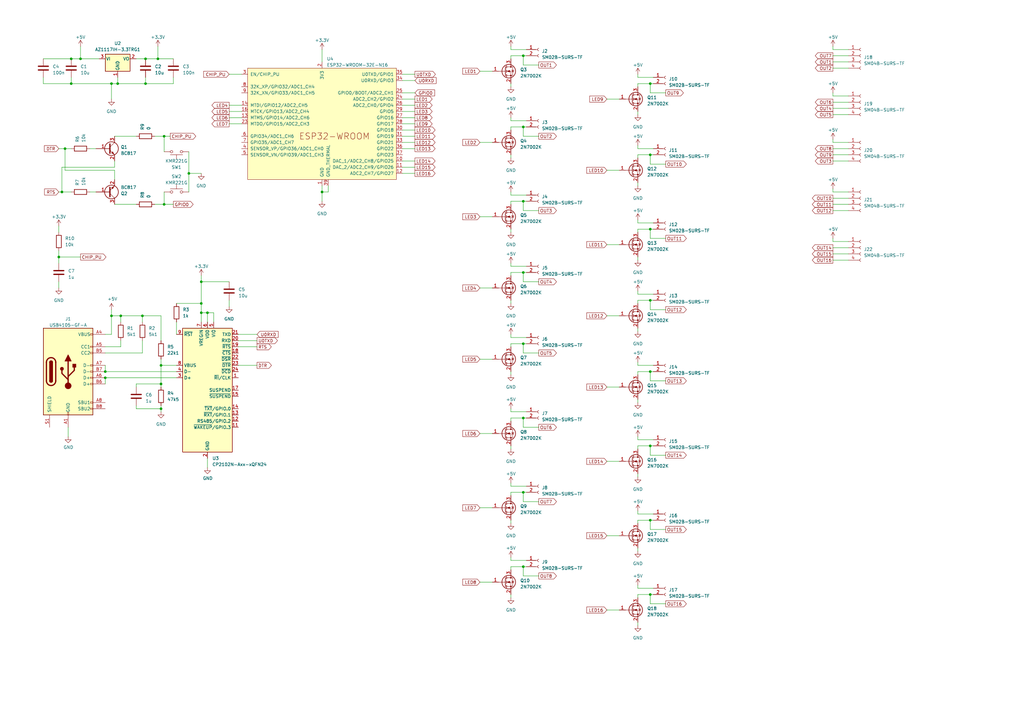
<source format=kicad_sch>
(kicad_sch (version 20230121) (generator eeschema)
  (paper "A3")
  (junction (at 214.63 140.97))
  (junction (at 66.04 149.86))
  (junction (at 29.21 34.29))
  (junction (at 82.55 128.27))
  (junction (at 58.42 129.54))
  (junction (at 266.7 93.98))
  (junction (at 49.53 129.54))
  (junction (at 29.21 24.13))
  (junction (at 67.31 55.88))
  (junction (at 266.7 123.19))
  (junction (at 266.7 182.88))
  (junction (at 64.77 24.13))
  (junction (at 48.26 34.29))
  (junction (at 45.72 129.54))
  (junction (at 266.7 63.5))
  (junction (at 214.63 201.93))
  (junction (at 214.63 52.07))
  (junction (at 82.55 124.46))
  (junction (at 59.69 24.13))
  (junction (at 214.63 22.86))
  (junction (at 25.4 78.74))
  (junction (at 132.08 78.74))
  (junction (at 24.13 105.41))
  (junction (at 59.69 34.29))
  (junction (at 33.02 24.13))
  (junction (at 67.31 83.82))
  (junction (at 266.7 243.84))
  (junction (at 82.55 115.57))
  (junction (at 266.7 213.36))
  (junction (at 214.63 232.41))
  (junction (at 214.63 111.76))
  (junction (at 66.04 157.48))
  (junction (at 45.72 34.29))
  (junction (at 43.18 152.4))
  (junction (at 266.7 34.29))
  (junction (at 43.18 154.94))
  (junction (at 26.67 60.96))
  (junction (at 66.04 167.64))
  (junction (at 214.63 171.45))
  (junction (at 214.63 82.55))
  (junction (at 266.7 152.4))
  (junction (at 85.09 128.27))
  (junction (at 77.47 71.12))
  (wire (pts (xy 46.99 73.66) (xy 46.99 69.85)))
  (wire (pts (xy 261.62 149.86) (xy 261.62 148.59)))
  (wire (pts (xy 341.63 104.14) (xy 347.98 104.14)))
  (wire (pts (xy 214.63 26.67) (xy 214.63 22.86)))
  (wire (pts (xy 214.63 236.22) (xy 214.63 232.41)))
  (wire (pts (xy 341.63 63.5) (xy 347.98 63.5)))
  (wire (pts (xy 49.53 132.08) (xy 49.53 129.54)))
  (wire (pts (xy 93.98 45.72) (xy 99.06 45.72)))
  (wire (pts (xy 196.85 238.76) (xy 201.93 238.76)))
  (wire (pts (xy 93.98 50.8) (xy 99.06 50.8)))
  (wire (pts (xy 273.05 97.79) (xy 266.7 97.79)))
  (wire (pts (xy 209.55 182.88) (xy 209.55 184.15)))
  (wire (pts (xy 64.77 24.13) (xy 71.12 24.13)))
  (wire (pts (xy 214.63 86.36) (xy 214.63 82.55)))
  (wire (pts (xy 261.62 31.75) (xy 261.62 30.48)))
  (wire (pts (xy 165.1 55.88) (xy 170.18 55.88)))
  (wire (pts (xy 105.41 142.24) (xy 97.79 142.24)))
  (wire (pts (xy 266.7 34.29) (xy 261.62 34.29)))
  (wire (pts (xy 248.92 100.33) (xy 254 100.33)))
  (wire (pts (xy 341.63 41.91) (xy 347.98 41.91)))
  (wire (pts (xy 43.18 149.86) (xy 43.18 152.4)))
  (wire (pts (xy 214.63 82.55) (xy 209.55 82.55)))
  (wire (pts (xy 209.55 138.43) (xy 209.55 137.16)))
  (wire (pts (xy 266.7 123.19) (xy 261.62 123.19)))
  (wire (pts (xy 267.97 149.86) (xy 261.62 149.86)))
  (wire (pts (xy 55.88 167.64) (xy 55.88 166.37)))
  (wire (pts (xy 85.09 187.96) (xy 85.09 191.77)))
  (wire (pts (xy 67.31 62.23) (xy 67.31 55.88)))
  (wire (pts (xy 267.97 93.98) (xy 266.7 93.98)))
  (wire (pts (xy 341.63 27.94) (xy 347.98 27.94)))
  (wire (pts (xy 165.1 53.34) (xy 170.18 53.34)))
  (wire (pts (xy 17.78 34.29) (xy 29.21 34.29)))
  (wire (pts (xy 209.55 152.4) (xy 209.55 153.67)))
  (wire (pts (xy 273.05 67.31) (xy 266.7 67.31)))
  (wire (pts (xy 29.21 34.29) (xy 45.72 34.29)))
  (wire (pts (xy 43.18 142.24) (xy 49.53 142.24)))
  (wire (pts (xy 347.98 78.74) (xy 341.63 78.74)))
  (wire (pts (xy 49.53 142.24) (xy 49.53 139.7)))
  (wire (pts (xy 93.98 30.48) (xy 99.06 30.48)))
  (wire (pts (xy 165.1 66.04) (xy 170.18 66.04)))
  (wire (pts (xy 266.7 243.84) (xy 261.62 243.84)))
  (wire (pts (xy 261.62 91.44) (xy 261.62 90.17)))
  (wire (pts (xy 209.55 168.91) (xy 209.55 167.64)))
  (wire (pts (xy 45.72 34.29) (xy 48.26 34.29)))
  (wire (pts (xy 49.53 129.54) (xy 45.72 129.54)))
  (wire (pts (xy 105.41 149.86) (xy 97.79 149.86)))
  (wire (pts (xy 85.09 128.27) (xy 87.63 128.27)))
  (wire (pts (xy 261.62 123.19) (xy 261.62 124.46)))
  (wire (pts (xy 220.98 26.67) (xy 214.63 26.67)))
  (wire (pts (xy 267.97 91.44) (xy 261.62 91.44)))
  (wire (pts (xy 214.63 22.86) (xy 209.55 22.86)))
  (wire (pts (xy 93.98 48.26) (xy 99.06 48.26)))
  (wire (pts (xy 266.7 93.98) (xy 261.62 93.98)))
  (wire (pts (xy 24.13 102.87) (xy 24.13 105.41)))
  (wire (pts (xy 165.1 68.58) (xy 170.18 68.58)))
  (wire (pts (xy 266.7 213.36) (xy 261.62 213.36)))
  (wire (pts (xy 24.13 92.71) (xy 24.13 95.25)))
  (wire (pts (xy 43.18 154.94) (xy 72.39 154.94)))
  (wire (pts (xy 24.13 60.96) (xy 26.67 60.96)))
  (wire (pts (xy 266.7 217.17) (xy 266.7 213.36)))
  (wire (pts (xy 66.04 149.86) (xy 66.04 157.48)))
  (wire (pts (xy 196.85 58.42) (xy 201.93 58.42)))
  (wire (pts (xy 267.97 180.34) (xy 261.62 180.34)))
  (wire (pts (xy 341.63 22.86) (xy 347.98 22.86)))
  (wire (pts (xy 248.92 69.85) (xy 254 69.85)))
  (wire (pts (xy 36.83 78.74) (xy 39.37 78.74)))
  (wire (pts (xy 341.63 58.42) (xy 341.63 57.15)))
  (wire (pts (xy 215.9 49.53) (xy 209.55 49.53)))
  (wire (pts (xy 27.94 175.26) (xy 27.94 179.07)))
  (wire (pts (xy 77.47 71.12) (xy 77.47 78.74)))
  (wire (pts (xy 72.39 124.46) (xy 82.55 124.46)))
  (wire (pts (xy 215.9 82.55) (xy 214.63 82.55)))
  (wire (pts (xy 209.55 123.19) (xy 209.55 124.46)))
  (wire (pts (xy 261.62 210.82) (xy 261.62 209.55)))
  (wire (pts (xy 209.55 111.76) (xy 209.55 113.03)))
  (wire (pts (xy 214.63 55.88) (xy 214.63 52.07)))
  (wire (pts (xy 67.31 83.82) (xy 71.12 83.82)))
  (wire (pts (xy 341.63 46.99) (xy 347.98 46.99)))
  (wire (pts (xy 66.04 139.7) (xy 66.04 129.54)))
  (wire (pts (xy 196.85 208.28) (xy 201.93 208.28)))
  (wire (pts (xy 214.63 175.26) (xy 214.63 171.45)))
  (wire (pts (xy 63.5 83.82) (xy 67.31 83.82)))
  (wire (pts (xy 215.9 168.91) (xy 209.55 168.91)))
  (wire (pts (xy 132.08 76.2) (xy 132.08 78.74)))
  (wire (pts (xy 165.1 38.1) (xy 170.18 38.1)))
  (wire (pts (xy 215.9 111.76) (xy 214.63 111.76)))
  (wire (pts (xy 59.69 24.13) (xy 64.77 24.13)))
  (wire (pts (xy 196.85 88.9) (xy 201.93 88.9)))
  (wire (pts (xy 165.1 71.12) (xy 170.18 71.12)))
  (wire (pts (xy 55.88 157.48) (xy 66.04 157.48)))
  (wire (pts (xy 214.63 115.57) (xy 214.63 111.76)))
  (wire (pts (xy 43.18 144.78) (xy 58.42 144.78)))
  (wire (pts (xy 43.18 154.94) (xy 43.18 157.48)))
  (wire (pts (xy 215.9 138.43) (xy 209.55 138.43)))
  (wire (pts (xy 267.97 31.75) (xy 261.62 31.75)))
  (wire (pts (xy 24.13 115.57) (xy 24.13 118.11)))
  (wire (pts (xy 77.47 62.23) (xy 77.47 71.12)))
  (wire (pts (xy 215.9 22.86) (xy 214.63 22.86)))
  (wire (pts (xy 165.1 40.64) (xy 170.18 40.64)))
  (wire (pts (xy 215.9 20.32) (xy 209.55 20.32)))
  (wire (pts (xy 45.72 129.54) (xy 45.72 127)))
  (wire (pts (xy 46.99 69.85) (xy 26.67 69.85)))
  (wire (pts (xy 64.77 19.05) (xy 64.77 24.13)))
  (wire (pts (xy 25.4 68.58) (xy 25.4 78.74)))
  (wire (pts (xy 33.02 24.13) (xy 40.64 24.13)))
  (wire (pts (xy 261.62 182.88) (xy 261.62 184.15)))
  (wire (pts (xy 220.98 236.22) (xy 214.63 236.22)))
  (wire (pts (xy 43.18 152.4) (xy 72.39 152.4)))
  (wire (pts (xy 165.1 50.8) (xy 170.18 50.8)))
  (wire (pts (xy 267.97 60.96) (xy 261.62 60.96)))
  (wire (pts (xy 55.88 167.64) (xy 66.04 167.64)))
  (wire (pts (xy 209.55 22.86) (xy 209.55 24.13)))
  (wire (pts (xy 63.5 55.88) (xy 67.31 55.88)))
  (wire (pts (xy 266.7 63.5) (xy 261.62 63.5)))
  (wire (pts (xy 261.62 60.96) (xy 261.62 59.69)))
  (wire (pts (xy 209.55 199.39) (xy 209.55 198.12)))
  (wire (pts (xy 46.99 66.04) (xy 46.99 68.58)))
  (wire (pts (xy 215.9 52.07) (xy 214.63 52.07)))
  (wire (pts (xy 220.98 55.88) (xy 214.63 55.88)))
  (wire (pts (xy 196.85 118.11) (xy 201.93 118.11)))
  (wire (pts (xy 266.7 97.79) (xy 266.7 93.98)))
  (wire (pts (xy 215.9 199.39) (xy 209.55 199.39)))
  (wire (pts (xy 214.63 232.41) (xy 209.55 232.41)))
  (wire (pts (xy 214.63 111.76) (xy 209.55 111.76)))
  (wire (pts (xy 261.62 152.4) (xy 261.62 153.67)))
  (wire (pts (xy 261.62 194.31) (xy 261.62 195.58)))
  (wire (pts (xy 261.62 93.98) (xy 261.62 95.25)))
  (wire (pts (xy 267.97 120.65) (xy 261.62 120.65)))
  (wire (pts (xy 48.26 31.75) (xy 48.26 34.29)))
  (wire (pts (xy 267.97 63.5) (xy 266.7 63.5)))
  (wire (pts (xy 59.69 31.75) (xy 59.69 34.29)))
  (wire (pts (xy 266.7 38.1) (xy 266.7 34.29)))
  (wire (pts (xy 215.9 229.87) (xy 209.55 229.87)))
  (wire (pts (xy 266.7 247.65) (xy 266.7 243.84)))
  (wire (pts (xy 55.88 158.75) (xy 55.88 157.48)))
  (wire (pts (xy 214.63 201.93) (xy 209.55 201.93)))
  (wire (pts (xy 209.55 63.5) (xy 209.55 64.77)))
  (wire (pts (xy 267.97 182.88) (xy 266.7 182.88)))
  (wire (pts (xy 196.85 147.32) (xy 201.93 147.32)))
  (wire (pts (xy 248.92 40.64) (xy 254 40.64)))
  (wire (pts (xy 209.55 93.98) (xy 209.55 95.25)))
  (wire (pts (xy 266.7 152.4) (xy 261.62 152.4)))
  (wire (pts (xy 214.63 140.97) (xy 209.55 140.97)))
  (wire (pts (xy 58.42 144.78) (xy 58.42 139.7)))
  (wire (pts (xy 26.67 60.96) (xy 29.21 60.96)))
  (wire (pts (xy 45.72 34.29) (xy 45.72 40.64)))
  (wire (pts (xy 261.62 163.83) (xy 261.62 165.1)))
  (wire (pts (xy 165.1 33.02) (xy 170.18 33.02)))
  (wire (pts (xy 45.72 137.16) (xy 45.72 129.54)))
  (wire (pts (xy 341.63 106.68) (xy 347.98 106.68)))
  (wire (pts (xy 261.62 134.62) (xy 261.62 135.89)))
  (wire (pts (xy 29.21 31.75) (xy 29.21 34.29)))
  (wire (pts (xy 267.97 123.19) (xy 266.7 123.19)))
  (wire (pts (xy 97.79 137.16) (xy 105.41 137.16)))
  (wire (pts (xy 134.62 76.2) (xy 134.62 78.74)))
  (wire (pts (xy 267.97 34.29) (xy 266.7 34.29)))
  (wire (pts (xy 215.9 201.93) (xy 214.63 201.93)))
  (wire (pts (xy 248.92 219.71) (xy 254 219.71)))
  (wire (pts (xy 266.7 127) (xy 266.7 123.19)))
  (wire (pts (xy 261.62 243.84) (xy 261.62 245.11)))
  (wire (pts (xy 46.99 55.88) (xy 55.88 55.88)))
  (wire (pts (xy 273.05 247.65) (xy 266.7 247.65)))
  (wire (pts (xy 48.26 34.29) (xy 59.69 34.29)))
  (wire (pts (xy 261.62 213.36) (xy 261.62 214.63)))
  (wire (pts (xy 209.55 213.36) (xy 209.55 214.63)))
  (wire (pts (xy 267.97 213.36) (xy 266.7 213.36)))
  (wire (pts (xy 46.99 83.82) (xy 55.88 83.82)))
  (wire (pts (xy 24.13 105.41) (xy 24.13 107.95)))
  (wire (pts (xy 267.97 152.4) (xy 266.7 152.4)))
  (wire (pts (xy 261.62 241.3) (xy 261.62 240.03)))
  (wire (pts (xy 82.55 128.27) (xy 82.55 132.08)))
  (wire (pts (xy 273.05 127) (xy 266.7 127)))
  (wire (pts (xy 49.53 129.54) (xy 58.42 129.54)))
  (wire (pts (xy 266.7 186.69) (xy 266.7 182.88)))
  (wire (pts (xy 261.62 34.29) (xy 261.62 35.56)))
  (wire (pts (xy 165.1 60.96) (xy 170.18 60.96)))
  (wire (pts (xy 261.62 105.41) (xy 261.62 106.68)))
  (wire (pts (xy 215.9 232.41) (xy 214.63 232.41)))
  (wire (pts (xy 220.98 86.36) (xy 214.63 86.36)))
  (wire (pts (xy 17.78 24.13) (xy 29.21 24.13)))
  (wire (pts (xy 24.13 78.74) (xy 25.4 78.74)))
  (wire (pts (xy 55.88 24.13) (xy 59.69 24.13)))
  (wire (pts (xy 66.04 147.32) (xy 66.04 149.86)))
  (wire (pts (xy 341.63 86.36) (xy 347.98 86.36)))
  (wire (pts (xy 165.1 30.48) (xy 170.18 30.48)))
  (wire (pts (xy 132.08 20.32) (xy 132.08 25.4)))
  (wire (pts (xy 248.92 129.54) (xy 254 129.54)))
  (wire (pts (xy 341.63 25.4) (xy 347.98 25.4)))
  (wire (pts (xy 209.55 34.29) (xy 209.55 35.56)))
  (wire (pts (xy 341.63 99.06) (xy 341.63 97.79)))
  (wire (pts (xy 261.62 180.34) (xy 261.62 179.07)))
  (wire (pts (xy 214.63 205.74) (xy 214.63 201.93)))
  (wire (pts (xy 93.98 43.18) (xy 99.06 43.18)))
  (wire (pts (xy 341.63 78.74) (xy 341.63 77.47)))
  (wire (pts (xy 132.08 78.74) (xy 132.08 82.55)))
  (wire (pts (xy 209.55 109.22) (xy 209.55 107.95)))
  (wire (pts (xy 220.98 205.74) (xy 214.63 205.74)))
  (wire (pts (xy 273.05 38.1) (xy 266.7 38.1)))
  (wire (pts (xy 82.55 124.46) (xy 82.55 128.27)))
  (wire (pts (xy 347.98 99.06) (xy 341.63 99.06)))
  (wire (pts (xy 273.05 217.17) (xy 266.7 217.17)))
  (wire (pts (xy 261.62 120.65) (xy 261.62 119.38)))
  (wire (pts (xy 248.92 189.23) (xy 254 189.23)))
  (wire (pts (xy 82.55 115.57) (xy 93.98 115.57)))
  (wire (pts (xy 46.99 68.58) (xy 25.4 68.58)))
  (wire (pts (xy 341.63 20.32) (xy 341.63 19.05)))
  (wire (pts (xy 341.63 44.45) (xy 347.98 44.45)))
  (wire (pts (xy 67.31 55.88) (xy 69.85 55.88)))
  (wire (pts (xy 220.98 175.26) (xy 214.63 175.26)))
  (wire (pts (xy 267.97 243.84) (xy 266.7 243.84)))
  (wire (pts (xy 215.9 80.01) (xy 209.55 80.01)))
  (wire (pts (xy 196.85 29.21) (xy 201.93 29.21)))
  (wire (pts (xy 36.83 60.96) (xy 39.37 60.96)))
  (wire (pts (xy 29.21 24.13) (xy 33.02 24.13)))
  (wire (pts (xy 214.63 171.45) (xy 209.55 171.45)))
  (wire (pts (xy 347.98 58.42) (xy 341.63 58.42)))
  (wire (pts (xy 266.7 182.88) (xy 261.62 182.88)))
  (wire (pts (xy 165.1 45.72) (xy 170.18 45.72)))
  (wire (pts (xy 165.1 48.26) (xy 170.18 48.26)))
  (wire (pts (xy 215.9 109.22) (xy 209.55 109.22)))
  (wire (pts (xy 261.62 255.27) (xy 261.62 256.54)))
  (wire (pts (xy 25.4 78.74) (xy 29.21 78.74)))
  (wire (pts (xy 248.92 158.75) (xy 254 158.75)))
  (wire (pts (xy 266.7 67.31) (xy 266.7 63.5)))
  (wire (pts (xy 26.67 60.96) (xy 26.67 69.85)))
  (wire (pts (xy 87.63 132.08) (xy 87.63 128.27)))
  (wire (pts (xy 82.55 113.03) (xy 82.55 115.57)))
  (wire (pts (xy 66.04 167.64) (xy 66.04 168.91)))
  (wire (pts (xy 267.97 210.82) (xy 261.62 210.82)))
  (wire (pts (xy 248.92 250.19) (xy 254 250.19)))
  (wire (pts (xy 17.78 31.75) (xy 17.78 34.29)))
  (wire (pts (xy 341.63 101.6) (xy 347.98 101.6)))
  (wire (pts (xy 165.1 58.42) (xy 170.18 58.42)))
  (wire (pts (xy 85.09 132.08) (xy 85.09 128.27)))
  (wire (pts (xy 85.09 128.27) (xy 82.55 128.27)))
  (wire (pts (xy 93.98 123.19) (xy 93.98 125.73)))
  (wire (pts (xy 97.79 139.7) (xy 105.41 139.7)))
  (wire (pts (xy 209.55 52.07) (xy 209.55 53.34)))
  (wire (pts (xy 214.63 144.78) (xy 214.63 140.97)))
  (wire (pts (xy 261.62 63.5) (xy 261.62 64.77)))
  (wire (pts (xy 214.63 52.07) (xy 209.55 52.07)))
  (wire (pts (xy 209.55 229.87) (xy 209.55 228.6)))
  (wire (pts (xy 220.98 144.78) (xy 214.63 144.78)))
  (wire (pts (xy 261.62 74.93) (xy 261.62 76.2)))
  (wire (pts (xy 341.63 81.28) (xy 347.98 81.28)))
  (wire (pts (xy 58.42 132.08) (xy 58.42 129.54)))
  (wire (pts (xy 66.04 157.48) (xy 66.04 158.75)))
  (wire (pts (xy 72.39 132.08) (xy 72.39 137.16)))
  (wire (pts (xy 66.04 149.86) (xy 72.39 149.86)))
  (wire (pts (xy 209.55 201.93) (xy 209.55 203.2)))
  (wire (pts (xy 220.98 115.57) (xy 214.63 115.57)))
  (wire (pts (xy 341.63 60.96) (xy 347.98 60.96)))
  (wire (pts (xy 33.02 19.05) (xy 33.02 24.13)))
  (wire (pts (xy 267.97 241.3) (xy 261.62 241.3)))
  (wire (pts (xy 66.04 167.64) (xy 66.04 166.37)))
  (wire (pts (xy 341.63 83.82) (xy 347.98 83.82)))
  (wire (pts (xy 165.1 43.18) (xy 170.18 43.18)))
  (wire (pts (xy 209.55 82.55) (xy 209.55 83.82)))
  (wire (pts (xy 196.85 177.8) (xy 201.93 177.8)))
  (wire (pts (xy 341.63 66.04) (xy 347.98 66.04)))
  (wire (pts (xy 209.55 243.84) (xy 209.55 245.11)))
  (wire (pts (xy 273.05 156.21) (xy 266.7 156.21)))
  (wire (pts (xy 66.04 129.54) (xy 58.42 129.54)))
  (wire (pts (xy 209.55 49.53) (xy 209.55 48.26)))
  (wire (pts (xy 215.9 140.97) (xy 214.63 140.97)))
  (wire (pts (xy 71.12 34.29) (xy 71.12 31.75)))
  (wire (pts (xy 67.31 78.74) (xy 67.31 83.82)))
  (wire (pts (xy 215.9 171.45) (xy 214.63 171.45)))
  (wire (pts (xy 134.62 78.74) (xy 132.08 78.74)))
  (wire (pts (xy 261.62 224.79) (xy 261.62 226.06)))
  (wire (pts (xy 347.98 39.37) (xy 341.63 39.37)))
  (wire (pts (xy 59.69 34.29) (xy 71.12 34.29)))
  (wire (pts (xy 273.05 186.69) (xy 266.7 186.69)))
  (wire (pts (xy 209.55 232.41) (xy 209.55 233.68)))
  (wire (pts (xy 24.13 105.41) (xy 33.02 105.41)))
  (wire (pts (xy 77.47 71.12) (xy 82.55 71.12)))
  (wire (pts (xy 209.55 20.32) (xy 209.55 19.05)))
  (wire (pts (xy 82.55 115.57) (xy 82.55 124.46)))
  (wire (pts (xy 45.72 137.16) (xy 43.18 137.16)))
  (wire (pts (xy 341.63 39.37) (xy 341.63 38.1)))
  (wire (pts (xy 347.98 20.32) (xy 341.63 20.32)))
  (wire (pts (xy 209.55 80.01) (xy 209.55 78.74)))
  (wire (pts (xy 209.55 140.97) (xy 209.55 142.24)))
  (wire (pts (xy 209.55 171.45) (xy 209.55 172.72)))
  (wire (pts (xy 266.7 156.21) (xy 266.7 152.4)))
  (wire (pts (xy 261.62 45.72) (xy 261.62 46.99)))
  (global_label "LED2" (shape input) (at 196.85 58.42 180) (property "Intersheetrefs" "${INTERSHEET_REFS}" (effects hide)))
  (global_label "LED10" (shape input) (at 248.92 69.85 180) (property "Intersheetrefs" "${INTERSHEET_REFS}" (effects hide)))
  (global_label "RTS" (shape output) (at 105.41 142.24 0) (property "Intersheetrefs" "${INTERSHEET_REFS}" (effects hide)))
  (global_label "U0RXD" (shape input) (at 170.18 33.02 0) (property "Intersheetrefs" "${INTERSHEET_REFS}" (effects hide)))
  (global_label "OUT1" (shape output) (at 341.63 25.4 180) (property "Intersheetrefs" "${INTERSHEET_REFS}" (effects hide)))
  (global_label "CHIP_PU" (shape output) (at 69.85 55.88 0) (property "Intersheetrefs" "${INTERSHEET_REFS}" (effects hide)))
  (global_label "LED9" (shape input) (at 248.92 40.64 180) (property "Intersheetrefs" "${INTERSHEET_REFS}" (effects hide)))
  (global_label "OUT12" (shape output) (at 341.63 86.36 180) (property "Intersheetrefs" "${INTERSHEET_REFS}" (effects hide)))
  (global_label "RTS" (shape input) (at 24.13 78.74 180) (property "Intersheetrefs" "${INTERSHEET_REFS}" (effects hide)))
  (global_label "OUT10" (shape output) (at 341.63 81.28 180) (property "Intersheetrefs" "${INTERSHEET_REFS}" (effects hide)))
  (global_label "LED12" (shape output) (at 170.18 58.42 0) (property "Intersheetrefs" "${INTERSHEET_REFS}" (effects hide)))
  (global_label "LED4" (shape output) (at 93.98 43.18 180) (property "Intersheetrefs" "${INTERSHEET_REFS}" (effects hide)))
  (global_label "LED6" (shape output) (at 93.98 48.26 180) (property "Intersheetrefs" "${INTERSHEET_REFS}" (effects hide)))
  (global_label "OUT14" (shape output) (at 341.63 101.6 180) (property "Intersheetrefs" "${INTERSHEET_REFS}" (effects hide)))
  (global_label "LED14" (shape input) (at 248.92 189.23 180) (property "Intersheetrefs" "${INTERSHEET_REFS}" (effects hide)))
  (global_label "LED7" (shape output) (at 93.98 50.8 180) (property "Intersheetrefs" "${INTERSHEET_REFS}" (effects hide)))
  (global_label "LED16" (shape output) (at 170.18 71.12 0) (property "Intersheetrefs" "${INTERSHEET_REFS}" (effects hide)))
  (global_label "OUT7" (shape output) (at 341.63 22.86 180) (property "Intersheetrefs" "${INTERSHEET_REFS}" (effects hide)))
  (global_label "OUT11" (shape output) (at 273.05 97.79 0) (property "Intersheetrefs" "${INTERSHEET_REFS}" (effects hide)))
  (global_label "OUT6" (shape output) (at 220.98 175.26 0) (property "Intersheetrefs" "${INTERSHEET_REFS}" (effects hide)))
  (global_label "OUT1" (shape output) (at 220.98 26.67 0) (property "Intersheetrefs" "${INTERSHEET_REFS}" (effects hide)))
  (global_label "LED12" (shape input) (at 248.92 129.54 180) (property "Intersheetrefs" "${INTERSHEET_REFS}" (effects hide)))
  (global_label "OUT10" (shape output) (at 273.05 67.31 0) (property "Intersheetrefs" "${INTERSHEET_REFS}" (effects hide)))
  (global_label "LED3" (shape input) (at 196.85 88.9 180) (property "Intersheetrefs" "${INTERSHEET_REFS}" (effects hide)))
  (global_label "U0TXD" (shape output) (at 105.41 139.7 0) (property "Intersheetrefs" "${INTERSHEET_REFS}" (effects hide)))
  (global_label "OUT9" (shape output) (at 273.05 38.1 0) (property "Intersheetrefs" "${INTERSHEET_REFS}" (effects hide)))
  (global_label "DTR" (shape output) (at 105.41 149.86 0) (property "Intersheetrefs" "${INTERSHEET_REFS}" (effects hide)))
  (global_label "OUT7" (shape output) (at 220.98 205.74 0) (property "Intersheetrefs" "${INTERSHEET_REFS}" (effects hide)))
  (global_label "OUT6" (shape output) (at 341.63 41.91 180) (property "Intersheetrefs" "${INTERSHEET_REFS}" (effects hide)))
  (global_label "LED10" (shape output) (at 170.18 53.34 0) (property "Intersheetrefs" "${INTERSHEET_REFS}" (effects hide)))
  (global_label "OUT15" (shape output) (at 341.63 104.14 180) (property "Intersheetrefs" "${INTERSHEET_REFS}" (effects hide)))
  (global_label "OUT5" (shape output) (at 220.98 144.78 0) (property "Intersheetrefs" "${INTERSHEET_REFS}" (effects hide)))
  (global_label "OUT2" (shape output) (at 220.98 55.88 0) (property "Intersheetrefs" "${INTERSHEET_REFS}" (effects hide)))
  (global_label "GPIO0" (shape output) (at 71.12 83.82 0) (property "Intersheetrefs" "${INTERSHEET_REFS}" (effects hide)))
  (global_label "OUT16" (shape output) (at 273.05 247.65 0) (property "Intersheetrefs" "${INTERSHEET_REFS}" (effects hide)))
  (global_label "OUT9" (shape output) (at 341.63 63.5 180) (property "Intersheetrefs" "${INTERSHEET_REFS}" (effects hide)))
  (global_label "LED2" (shape output) (at 170.18 43.18 0) (property "Intersheetrefs" "${INTERSHEET_REFS}" (effects hide)))
  (global_label "LED8" (shape output) (at 170.18 48.26 0) (property "Intersheetrefs" "${INTERSHEET_REFS}" (effects hide)))
  (global_label "U0RXD" (shape input) (at 105.41 137.16 0) (property "Intersheetrefs" "${INTERSHEET_REFS}" (effects hide)))
  (global_label "LED7" (shape input) (at 196.85 208.28 180) (property "Intersheetrefs" "${INTERSHEET_REFS}" (effects hide)))
  (global_label "LED1" (shape input) (at 196.85 29.21 180) (property "Intersheetrefs" "${INTERSHEET_REFS}" (effects hide)))
  (global_label "LED13" (shape output) (at 170.18 60.96 0) (property "Intersheetrefs" "${INTERSHEET_REFS}" (effects hide)))
  (global_label "LED3" (shape output) (at 170.18 45.72 0) (property "Intersheetrefs" "${INTERSHEET_REFS}" (effects hide)))
  (global_label "LED5" (shape output) (at 93.98 45.72 180) (property "Intersheetrefs" "${INTERSHEET_REFS}" (effects hide)))
  (global_label "OUT8" (shape output) (at 220.98 236.22 0) (property "Intersheetrefs" "${INTERSHEET_REFS}" (effects hide)))
  (global_label "OUT8" (shape output) (at 341.63 60.96 180) (property "Intersheetrefs" "${INTERSHEET_REFS}" (effects hide)))
  (global_label "LED13" (shape input) (at 248.92 158.75 180) (property "Intersheetrefs" "${INTERSHEET_REFS}" (effects hide)))
  (global_label "OUT3" (shape output) (at 341.63 66.04 180) (property "Intersheetrefs" "${INTERSHEET_REFS}" (effects hide)))
  (global_label "OUT11" (shape output) (at 341.63 83.82 180) (property "Intersheetrefs" "${INTERSHEET_REFS}" (effects hide)))
  (global_label "LED6" (shape input) (at 196.85 177.8 180) (property "Intersheetrefs" "${INTERSHEET_REFS}" (effects hide)))
  (global_label "OUT13" (shape output) (at 273.05 156.21 0) (property "Intersheetrefs" "${INTERSHEET_REFS}" (effects hide)))
  (global_label "OUT16" (shape output) (at 341.63 106.68 180) (property "Intersheetrefs" "${INTERSHEET_REFS}" (effects hide)))
  (global_label "OUT14" (shape output) (at 273.05 186.69 0) (property "Intersheetrefs" "${INTERSHEET_REFS}" (effects hide)))
  (global_label "LED11" (shape output) (at 170.18 55.88 0) (property "Intersheetrefs" "${INTERSHEET_REFS}" (effects hide)))
  (global_label "LED11" (shape input) (at 248.92 100.33 180) (property "Intersheetrefs" "${INTERSHEET_REFS}" (effects hide)))
  (global_label "OUT3" (shape output) (at 220.98 86.36 0) (property "Intersheetrefs" "${INTERSHEET_REFS}" (effects hide)))
  (global_label "LED15" (shape input) (at 248.92 219.71 180) (property "Intersheetrefs" "${INTERSHEET_REFS}" (effects hide)))
  (global_label "OUT2" (shape output) (at 341.63 27.94 180) (property "Intersheetrefs" "${INTERSHEET_REFS}" (effects hide)))
  (global_label "LED9" (shape output) (at 170.18 50.8 0) (property "Intersheetrefs" "${INTERSHEET_REFS}" (effects hide)))
  (global_label "OUT4" (shape output) (at 220.98 115.57 0) (property "Intersheetrefs" "${INTERSHEET_REFS}" (effects hide)))
  (global_label "GPIO0" (shape input) (at 170.18 38.1 0) (property "Intersheetrefs" "${INTERSHEET_REFS}" (effects hide)))
  (global_label "LED4" (shape input) (at 196.85 118.11 180) (property "Intersheetrefs" "${INTERSHEET_REFS}" (effects hide)))
  (global_label "LED16" (shape input) (at 248.92 250.19 180) (property "Intersheetrefs" "${INTERSHEET_REFS}" (effects hide)))
  (global_label "LED15" (shape output) (at 170.18 68.58 0) (property "Intersheetrefs" "${INTERSHEET_REFS}" (effects hide)))
  (global_label "DTR" (shape input) (at 24.13 60.96 180) (property "Intersheetrefs" "${INTERSHEET_REFS}" (effects hide)))
  (global_label "OUT5" (shape output) (at 341.63 46.99 180) (property "Intersheetrefs" "${INTERSHEET_REFS}" (effects hide)))
  (global_label "LED14" (shape output) (at 170.18 66.04 0) (property "Intersheetrefs" "${INTERSHEET_REFS}" (effects hide)))
  (global_label "LED8" (shape input) (at 196.85 238.76 180) (property "Intersheetrefs" "${INTERSHEET_REFS}" (effects hide)))
  (global_label "CHIP_PU" (shape output) (at 33.02 105.41 0) (property "Intersheetrefs" "${INTERSHEET_REFS}" (effects hide)))
  (global_label "CHIP_PU" (shape input) (at 93.98 30.48 180) (property "Intersheetrefs" "${INTERSHEET_REFS}" (effects hide)))
  (global_label "U0TXD" (shape output) (at 170.18 30.48 0) (property "Intersheetrefs" "${INTERSHEET_REFS}" (effects hide)))
  (global_label "LED1" (shape output) (at 170.18 40.64 0) (property "Intersheetrefs" "${INTERSHEET_REFS}" (effects hide)))
  (global_label "OUT12" (shape output) (at 273.05 127 0) (property "Intersheetrefs" "${INTERSHEET_REFS}" (effects hide)))
  (global_label "LED5" (shape input) (at 196.85 147.32 180) (property "Intersheetrefs" "${INTERSHEET_REFS}" (effects hide)))
  (global_label "OUT4" (shape output) (at 341.63 44.45 180) (property "Intersheetrefs" "${INTERSHEET_REFS}" (effects hide)))
  (global_label "OUT15" (shape output) (at 273.05 217.17 0) (property "Intersheetrefs" "${INTERSHEET_REFS}" (effects hide)))
  (symbol (lib_id "Device:C") (at 24.13 111.76 180) (unit 1)
    (property "Reference" "C7" (at 27.94 111.125 0) (effects (justify right)))
    (property "Value" "1u" (at 27.94 113.665 0) (effects (justify right)))
    (property "Footprint" "Capacitor_SMD:C_0603_1608Metric" (effects hide))
  )
  (symbol (lib_id "power:GND") (at 27.94 179.07 0) (unit 1)
    (property "Reference" "#PWR08" (effects hide))
    (property "Value" "GND" (at 28.067 183.4642 0))
  )
  (symbol (lib_id "Device:R") (at 72.39 128.27 0) (unit 1)
    (property "Reference" "R3" (at 74.93 127 0) (effects (justify left)))
    (property "Value" "1k" (at 74.93 129.54 0) (effects (justify left)))
    (property "Footprint" "Resistor_SMD:R_0402_1005Metric" (effects hide))
  )
  (symbol (lib_id "Device:R") (at 66.04 143.51 0) (unit 1)
    (property "Reference" "R5" (at 68.58 142.24 0) (effects (justify left)))
    (property "Value" "22k1" (at 68.58 144.78 0) (effects (justify left)))
    (property "Footprint" "Resistor_SMD:R_0402_1005Metric" (effects hide))
  )
  (symbol (lib_id "power:GND") (at 209.55 214.63 0) (unit 1)
    (property "Reference" "#PWR028" (effects hide))
    (property "Value" "GND" (at 209.55 219.71 0))
  )
  (symbol (lib_id "Connector:Conn_01x02_Socket") (at 273.05 180.34 0) (unit 1)
    (property "Reference" "J15" (at 274.32 180.975 0) (effects (justify left)))
    (property "Value" "SM02B-SURS-TF" (at 274.32 183.515 0) (effects (justify left)))
    (property "Footprint" "Connector_JST:JST_SUR_SM02B-SURS-TF_1x02-1MP_P0.80mm_Horizontal" (effects hide))
  )
  (symbol (lib_id "Transistor_FET:2N7002K") (at 259.08 40.64 0) (unit 1)
    (property "Reference" "Q11" (at 265.43 40.005 0) (effects (justify left)))
    (property "Value" "2N7002K" (at 265.43 42.545 0) (effects (justify left)))
    (property "Footprint" "Package_TO_SOT_SMD:SOT-23" (effects hide))
    (property "Datasheet" "https://www.diodes.com/assets/Datasheets/ds30896.pdf" (effects hide))
  )
  (symbol (lib_id "Transistor_FET:2N7002K") (at 259.08 129.54 0) (unit 1)
    (property "Reference" "Q14" (at 265.43 128.905 0) (effects (justify left)))
    (property "Value" "2N7002K" (at 265.43 131.445 0) (effects (justify left)))
    (property "Footprint" "Package_TO_SOT_SMD:SOT-23" (effects hide))
    (property "Datasheet" "https://www.diodes.com/assets/Datasheets/ds30896.pdf" (effects hide))
  )
  (symbol (lib_id "Connector:Conn_01x02_Socket") (at 273.05 31.75 0) (unit 1)
    (property "Reference" "J10" (at 274.32 32.385 0) (effects (justify left)))
    (property "Value" "SM02B-SURS-TF" (at 274.32 34.925 0) (effects (justify left)))
    (property "Footprint" "Connector_JST:JST_SUR_SM02B-SURS-TF_1x02-1MP_P0.80mm_Horizontal" (effects hide))
  )
  (symbol (lib_id "Transistor_FET:2N7002K") (at 259.08 219.71 0) (unit 1)
    (property "Reference" "Q17" (at 265.43 219.075 0) (effects (justify left)))
    (property "Value" "2N7002K" (at 265.43 221.615 0) (effects (justify left)))
    (property "Footprint" "Package_TO_SOT_SMD:SOT-23" (effects hide))
    (property "Datasheet" "https://www.diodes.com/assets/Datasheets/ds30896.pdf" (effects hide))
  )
  (symbol (lib_id "power:+5V") (at 261.62 179.07 0) (unit 1)
    (property "Reference" "#PWR041" (effects hide))
    (property "Value" "+5V" (at 261.62 175.26 0))
  )
  (symbol (lib_id "power:GND") (at 85.09 191.77 0) (unit 1)
    (property "Reference" "#PWR010" (effects hide))
    (property "Value" "GND" (at 85.217 196.1642 0))
  )
  (symbol (lib_id "Connector:Conn_01x02_Socket") (at 220.98 229.87 0) (unit 1)
    (property "Reference" "J9" (at 222.25 230.505 0) (effects (justify left)))
    (property "Value" "SM02B-SURS-TF" (at 222.25 233.045 0) (effects (justify left)))
    (property "Footprint" "Connector_JST:JST_SUR_SM02B-SURS-TF_1x02-1MP_P0.80mm_Horizontal" (effects hide))
  )
  (symbol (lib_id "power:GND") (at 209.55 95.25 0) (unit 1)
    (property "Reference" "#PWR020" (effects hide))
    (property "Value" "GND" (at 209.55 100.33 0))
  )
  (symbol (lib_id "power:GND") (at 209.55 64.77 0) (unit 1)
    (property "Reference" "#PWR018" (effects hide))
    (property "Value" "GND" (at 209.55 69.85 0))
  )
  (symbol (lib_id "power:GND") (at 261.62 76.2 0) (unit 1)
    (property "Reference" "#PWR034" (effects hide))
    (property "Value" "GND" (at 261.62 81.28 0))
  )
  (symbol (lib_id "Interface_USB:CP2102N-Axx-xQFN24") (at 85.09 160.02 0) (unit 1)
    (property "Reference" "U3" (at 87.0459 187.96 0) (effects (justify left)))
    (property "Value" "CP2102N-Axx-xQFN24" (at 87.0459 190.5 0) (effects (justify left)))
    (property "Footprint" "Package_DFN_QFN:QFN-24-1EP_4x4mm_P0.5mm_EP2.6x2.6mm" (effects hide))
    (property "Datasheet" "https://www.silabs.com/documents/public/data-sheets/cp2102n-datasheet.pdf" (effects hide))
  )
  (symbol (lib_id "Transistor_FET:2N7002K") (at 207.01 177.8 0) (unit 1)
    (property "Reference" "Q8" (at 213.36 177.165 0) (effects (justify left)))
    (property "Value" "2N7002K" (at 213.36 179.705 0) (effects (justify left)))
    (property "Footprint" "Package_TO_SOT_SMD:SOT-23" (effects hide))
    (property "Datasheet" "https://www.diodes.com/assets/Datasheets/ds30896.pdf" (effects hide))
  )
  (symbol (lib_id "Switch:SW_Push") (at 72.39 62.23 0) (mirror x) (unit 1)
    (property "Reference" "SW1" (at 72.39 68.58 0))
    (property "Value" "KMR221G" (at 72.39 66.04 0))
    (property "Footprint" "Button_Switch_SMD:SW_Push_1P1T_NO_CK_KMR2" (effects hide))
  )
  (symbol (lib_id "Connector:Conn_01x02_Socket") (at 220.98 109.22 0) (unit 1)
    (property "Reference" "J5" (at 222.25 109.855 0) (effects (justify left)))
    (property "Value" "SM02B-SURS-TF" (at 222.25 112.395 0) (effects (justify left)))
    (property "Footprint" "Connector_JST:JST_SUR_SM02B-SURS-TF_1x02-1MP_P0.80mm_Horizontal" (effects hide))
  )
  (symbol (lib_id "Transistor_FET:2N7002K") (at 259.08 250.19 0) (unit 1)
    (property "Reference" "Q18" (at 265.43 249.555 0) (effects (justify left)))
    (property "Value" "2N7002K" (at 265.43 252.095 0) (effects (justify left)))
    (property "Footprint" "Package_TO_SOT_SMD:SOT-23" (effects hide))
    (property "Datasheet" "https://www.diodes.com/assets/Datasheets/ds30896.pdf" (effects hide))
  )
  (symbol (lib_id "power:+3.3V") (at 132.08 20.32 0) (unit 1)
    (property "Reference" "#PWR015" (effects hide))
    (property "Value" "+3.3V" (at 132.08 16.51 0))
  )
  (symbol (lib_id "power:+3.3V") (at 24.13 92.71 0) (unit 1)
    (property "Reference" "#PWR012" (effects hide))
    (property "Value" "+3.3V" (at 24.13 88.9 0))
  )
  (symbol (lib_id "power:+5V") (at 209.55 48.26 0) (unit 1)
    (property "Reference" "#PWR017" (effects hide))
    (property "Value" "+5V" (at 209.55 44.45 0))
  )
  (symbol (lib_id "power:GND") (at 261.62 106.68 0) (unit 1)
    (property "Reference" "#PWR036" (effects hide))
    (property "Value" "GND" (at 261.62 111.76 0))
  )
  (symbol (lib_id "Transistor_FET:2N7002K") (at 259.08 189.23 0) (unit 1)
    (property "Reference" "Q16" (at 265.43 188.595 0) (effects (justify left)))
    (property "Value" "2N7002K" (at 265.43 191.135 0) (effects (justify left)))
    (property "Footprint" "Package_TO_SOT_SMD:SOT-23" (effects hide))
    (property "Datasheet" "https://www.diodes.com/assets/Datasheets/ds30896.pdf" (effects hide))
  )
  (symbol (lib_id "Device:R") (at 33.02 60.96 90) (unit 1)
    (property "Reference" "R6" (at 31.75 58.42 0) (effects (justify left)))
    (property "Value" "10k" (at 34.29 58.42 0) (effects (justify left)))
    (property "Footprint" "Resistor_SMD:R_0402_1005Metric" (effects hide))
  )
  (symbol (lib_id "Device:C") (at 55.88 162.56 180) (unit 1)
    (property "Reference" "C6" (at 59.69 161.925 0) (effects (justify right)))
    (property "Value" "1u" (at 59.69 164.465 0) (effects (justify right)))
    (property "Footprint" "Capacitor_SMD:C_0603_1608Metric" (effects hide))
  )
  (symbol (lib_id "power:GND") (at 261.62 135.89 0) (unit 1)
    (property "Reference" "#PWR038" (effects hide))
    (property "Value" "GND" (at 261.62 140.97 0))
  )
  (symbol (lib_id "power:GND") (at 209.55 35.56 0) (unit 1)
    (property "Reference" "#PWR04" (effects hide))
    (property "Value" "GND" (at 209.55 40.64 0))
  )
  (symbol (lib_id "power:+5V") (at 209.55 167.64 0) (unit 1)
    (property "Reference" "#PWR025" (effects hide))
    (property "Value" "+5V" (at 209.55 163.83 0))
  )
  (symbol (lib_id "power:GND") (at 132.08 82.55 0) (unit 1)
    (property "Reference" "#PWR016" (effects hide))
    (property "Value" "GND" (at 132.08 87.63 0))
  )
  (symbol (lib_id "power:+5V") (at 209.55 228.6 0) (unit 1)
    (property "Reference" "#PWR029" (effects hide))
    (property "Value" "+5V" (at 209.55 224.79 0))
  )
  (symbol (lib_id "Switch:SW_Push") (at 72.39 78.74 0) (unit 1)
    (property "Reference" "SW2" (at 72.39 72.39 0))
    (property "Value" "KMR221G" (at 72.39 74.93 0))
    (property "Footprint" "Button_Switch_SMD:SW_Push_1P1T_NO_CK_KMR2" (effects hide))
  )
  (symbol (lib_id "Connector:Conn_01x02_Socket") (at 220.98 168.91 0) (unit 1)
    (property "Reference" "J7" (at 222.25 169.545 0) (effects (justify left)))
    (property "Value" "SM02B-SURS-TF" (at 222.25 172.085 0) (effects (justify left)))
    (property "Footprint" "Connector_JST:JST_SUR_SM02B-SURS-TF_1x02-1MP_P0.80mm_Horizontal" (effects hide))
  )
  (symbol (lib_id "power:+5V") (at 261.62 90.17 0) (unit 1)
    (property "Reference" "#PWR035" (effects hide))
    (property "Value" "+5V" (at 261.62 86.36 0))
  )
  (symbol (lib_id "Device:R") (at 49.53 135.89 0) (unit 1)
    (property "Reference" "R1" (at 52.07 134.62 0) (effects (justify left)))
    (property "Value" "5k1" (at 52.07 137.16 0) (effects (justify left)))
    (property "Footprint" "Resistor_SMD:R_0402_1005Metric" (effects hide))
  )
  (symbol (lib_id "power:+5V") (at 209.55 198.12 0) (unit 1)
    (property "Reference" "#PWR027" (effects hide))
    (property "Value" "+5V" (at 209.55 194.31 0))
  )
  (symbol (lib_id "power:+5V") (at 261.62 30.48 0) (unit 1)
    (property "Reference" "#PWR031" (effects hide))
    (property "Value" "+5V" (at 261.62 26.67 0))
  )
  (symbol (lib_id "Device:R") (at 66.04 162.56 0) (unit 1)
    (property "Reference" "R4" (at 68.58 161.29 0) (effects (justify left)))
    (property "Value" "47k5" (at 68.58 163.83 0) (effects (justify left)))
    (property "Footprint" "Resistor_SMD:R_0402_1005Metric" (effects hide))
  )
  (symbol (lib_id "Device:R") (at 24.13 99.06 0) (unit 1)
    (property "Reference" "R10" (at 26.67 97.79 0) (effects (justify left)))
    (property "Value" "10k" (at 26.67 100.33 0) (effects (justify left)))
    (property "Footprint" "Resistor_SMD:R_0402_1005Metric" (effects hide))
  )
  (symbol (lib_id "Regulator_Linear:AZ1117-3.3") (at 48.26 24.13 0) (unit 1)
    (property "Reference" "U2" (at 48.26 17.78 0))
    (property "Value" "AZ1117IH-3.3TRG1" (at 48.26 20.32 0))
    (property "Footprint" "Package_TO_SOT_SMD:SOT-223-3_TabPin2" (effects hide))
    (property "Datasheet" "https://www.diodes.com/assets/Datasheets/AZ1117.pdf" (effects hide))
  )
  (symbol (lib_id "power:GND") (at 209.55 153.67 0) (unit 1)
    (property "Reference" "#PWR024" (effects hide))
    (property "Value" "GND" (at 209.55 158.75 0))
  )
  (symbol (lib_id "power:+5V") (at 341.63 19.05 0) (unit 1)
    (property "Reference" "#PWR047" (effects hide))
    (property "Value" "+5V" (at 341.63 15.24 0))
  )
  (symbol (lib_id "Transistor_FET:2N7002K") (at 207.01 58.42 0) (unit 1)
    (property "Reference" "Q4" (at 213.36 57.785 0) (effects (justify left)))
    (property "Value" "2N7002K" (at 213.36 60.325 0) (effects (justify left)))
    (property "Footprint" "Package_TO_SOT_SMD:SOT-23" (effects hide))
    (property "Datasheet" "https://www.diodes.com/assets/Datasheets/ds30896.pdf" (effects hide))
  )
  (symbol (lib_id "Device:C") (at 29.21 27.94 180) (unit 1)
    (property "Reference" "C1" (at 33.02 27.305 0) (effects (justify right)))
    (property "Value" "10u" (at 33.02 29.845 0) (effects (justify right)))
    (property "Footprint" "Capacitor_SMD:C_0603_1608Metric" (effects hide))
  )
  (symbol (lib_id "Connector:Conn_01x04_Socket") (at 353.06 81.28 0) (unit 1)
    (property "Reference" "J21" (at 354.33 81.915 0) (effects (justify left)))
    (property "Value" "SM04B-SURS-TF" (at 354.33 84.455 0) (effects (justify left)))
    (property "Footprint" "Connector_JST:JST_SUR_SM04B-SURS-TF_1x04-1MP_P0.80mm_Horizontal" (effects hide))
  )
  (symbol (lib_id "Transistor_FET:2N7002K") (at 207.01 88.9 0) (unit 1)
    (property "Reference" "Q5" (at 213.36 88.265 0) (effects (justify left)))
    (property "Value" "2N7002K" (at 213.36 90.805 0) (effects (justify left)))
    (property "Footprint" "Package_TO_SOT_SMD:SOT-23" (effects hide))
    (property "Datasheet" "https://www.diodes.com/assets/Datasheets/ds30896.pdf" (effects hide))
  )
  (symbol (lib_id "Connector:Conn_01x02_Socket") (at 273.05 91.44 0) (unit 1)
    (property "Reference" "J12" (at 274.32 92.075 0) (effects (justify left)))
    (property "Value" "SM02B-SURS-TF" (at 274.32 94.615 0) (effects (justify left)))
    (property "Footprint" "Connector_JST:JST_SUR_SM02B-SURS-TF_1x02-1MP_P0.80mm_Horizontal" (effects hide))
  )
  (symbol (lib_id "power:+3.3V") (at 64.77 19.05 0) (unit 1)
    (property "Reference" "#PWR06" (effects hide))
    (property "Value" "+3.3V" (at 64.77 15.24 0))
  )
  (symbol (lib_id "Transistor_BJT:BC817") (at 44.45 78.74 0) (mirror x) (unit 1)
    (property "Reference" "Q2" (at 49.53 79.375 0) (effects (justify left)))
    (property "Value" "BC817" (at 49.53 76.835 0) (effects (justify left)))
    (property "Footprint" "Package_TO_SOT_SMD:SOT-23" (effects hide))
    (property "Datasheet" "https://www.onsemi.com/pub/Collateral/BC818-D.pdf" (effects hide))
  )
  (symbol (lib_id "Connector:Conn_01x02_Socket") (at 273.05 120.65 0) (unit 1)
    (property "Reference" "J13" (at 274.32 121.285 0) (effects (justify left)))
    (property "Value" "SM02B-SURS-TF" (at 274.32 123.825 0) (effects (justify left)))
    (property "Footprint" "Connector_JST:JST_SUR_SM02B-SURS-TF_1x02-1MP_P0.80mm_Horizontal" (effects hide))
  )
  (symbol (lib_id "Connector:Conn_01x04_Socket") (at 353.06 60.96 0) (unit 1)
    (property "Reference" "J20" (at 354.33 61.595 0) (effects (justify left)))
    (property "Value" "SM04B-SURS-TF" (at 354.33 64.135 0) (effects (justify left)))
    (property "Footprint" "Connector_JST:JST_SUR_SM04B-SURS-TF_1x04-1MP_P0.80mm_Horizontal" (effects hide))
  )
  (symbol (lib_id "Connector:Conn_01x04_Socket") (at 353.06 101.6 0) (unit 1)
    (property "Reference" "J22" (at 354.33 102.235 0) (effects (justify left)))
    (property "Value" "SM04B-SURS-TF" (at 354.33 104.775 0) (effects (justify left)))
    (property "Footprint" "Connector_JST:JST_SUR_SM04B-SURS-TF_1x04-1MP_P0.80mm_Horizontal" (effects hide))
  )
  (symbol (lib_id "power:+5V") (at 261.62 240.03 0) (unit 1)
    (property "Reference" "#PWR045" (effects hide))
    (property "Value" "+5V" (at 261.62 236.22 0))
  )
  (symbol (lib_id "Connector:Conn_01x02_Socket") (at 220.98 49.53 0) (unit 1)
    (property "Reference" "J3" (at 222.25 50.165 0) (effects (justify left)))
    (property "Value" "SM02B-SURS-TF" (at 222.25 52.705 0) (effects (justify left)))
    (property "Footprint" "Connector_JST:JST_SUR_SM02B-SURS-TF_1x02-1MP_P0.80mm_Horizontal" (effects hide))
  )
  (symbol (lib_id "Transistor_FET:2N7002K") (at 207.01 208.28 0) (unit 1)
    (property "Reference" "Q9" (at 213.36 207.645 0) (effects (justify left)))
    (property "Value" "2N7002K" (at 213.36 210.185 0) (effects (justify left)))
    (property "Footprint" "Package_TO_SOT_SMD:SOT-23" (effects hide))
    (property "Datasheet" "https://www.diodes.com/assets/Datasheets/ds30896.pdf" (effects hide))
  )
  (symbol (lib_id "Device:C") (at 93.98 119.38 180) (unit 1)
    (property "Reference" "C5" (at 97.79 118.745 0) (effects (justify right)))
    (property "Value" "10u" (at 97.79 121.285 0) (effects (justify right)))
    (property "Footprint" "Capacitor_SMD:C_0603_1608Metric" (effects hide))
  )
  (symbol (lib_id "Connector:Conn_01x04_Socket") (at 353.06 22.86 0) (unit 1)
    (property "Reference" "J18" (at 354.33 23.495 0) (effects (justify left)))
    (property "Value" "SM04B-SURS-TF" (at 354.33 26.035 0) (effects (justify left)))
    (property "Footprint" "Connector_JST:JST_SUR_SM04B-SURS-TF_1x04-1MP_P0.80mm_Horizontal" (effects hide))
  )
  (symbol (lib_id "power:+5V") (at 209.55 78.74 0) (unit 1)
    (property "Reference" "#PWR019" (effects hide))
    (property "Value" "+5V" (at 209.55 74.93 0))
  )
  (symbol (lib_id "power:GND") (at 209.55 124.46 0) (unit 1)
    (property "Reference" "#PWR022" (effects hide))
    (property "Value" "GND" (at 209.55 129.54 0))
  )
  (symbol (lib_id "power:+5V") (at 341.63 38.1 0) (unit 1)
    (property "Reference" "#PWR048" (effects hide))
    (property "Value" "+5V" (at 341.63 34.29 0))
  )
  (symbol (lib_id "Transistor_BJT:BC817") (at 44.45 60.96 0) (unit 1)
    (property "Reference" "Q1" (at 49.53 60.325 0) (effects (justify left)))
    (property "Value" "BC817" (at 49.53 62.865 0) (effects (justify left)))
    (property "Footprint" "Package_TO_SOT_SMD:SOT-23" (effects hide))
    (property "Datasheet" "https://www.onsemi.com/pub/Collateral/BC818-D.pdf" (effects hide))
  )
  (symbol (lib_id "Device:C") (at 59.69 27.94 180) (unit 1)
    (property "Reference" "C2" (at 63.5 27.305 0) (effects (justify right)))
    (property "Value" "10u" (at 63.5 29.845 0) (effects (justify right)))
    (property "Footprint" "Capacitor_SMD:C_0603_1608Metric" (effects hide))
  )
  (symbol (lib_id "Connector:Conn_01x02_Socket") (at 273.05 149.86 0) (unit 1)
    (property "Reference" "J14" (at 274.32 150.495 0) (effects (justify left)))
    (property "Value" "SM02B-SURS-TF" (at 274.32 153.035 0) (effects (justify left)))
    (property "Footprint" "Connector_JST:JST_SUR_SM02B-SURS-TF_1x02-1MP_P0.80mm_Horizontal" (effects hide))
  )
  (symbol (lib_id "power:GND") (at 261.62 226.06 0) (unit 1)
    (property "Reference" "#PWR044" (effects hide))
    (property "Value" "GND" (at 261.62 231.14 0))
  )
  (symbol (lib_id "power:GND") (at 66.04 168.91 0) (unit 1)
    (property "Reference" "#PWR03" (effects hide))
    (property "Value" "GND" (at 66.04 173.99 0))
  )
  (symbol (lib_id "power:+3.3V") (at 82.55 113.03 0) (unit 1)
    (property "Reference" "#PWR011" (effects hide))
    (property "Value" "+3.3V" (at 82.55 109.22 0))
  )
  (symbol (lib_id "Transistor_FET:2N7002K") (at 259.08 100.33 0) (unit 1)
    (property "Reference" "Q13" (at 265.43 99.695 0) (effects (justify left)))
    (property "Value" "2N7002K" (at 265.43 102.235 0) (effects (justify left)))
    (property "Footprint" "Package_TO_SOT_SMD:SOT-23" (effects hide))
    (property "Datasheet" "https://www.diodes.com/assets/Datasheets/ds30896.pdf" (effects hide))
  )
  (symbol (lib_id "power:+5V") (at 261.62 119.38 0) (unit 1)
    (property "Reference" "#PWR037" (effects hide))
    (property "Value" "+5V" (at 261.62 115.57 0))
  )
  (symbol (lib_id "power:GND") (at 209.55 184.15 0) (unit 1)
    (property "Reference" "#PWR026" (effects hide))
    (property "Value" "GND" (at 209.55 189.23 0))
  )
  (symbol (lib_id "power:+5V") (at 341.63 77.47 0) (unit 1)
    (property "Reference" "#PWR050" (effects hide))
    (property "Value" "+5V" (at 341.63 73.66 0))
  )
  (symbol (lib_id "Device:R") (at 59.69 83.82 90) (unit 1)
    (property "Reference" "R8" (at 58.42 81.28 0) (effects (justify left)))
    (property "Value" "0" (at 60.96 81.28 0) (effects (justify left)))
    (property "Footprint" "Resistor_SMD:R_0402_1005Metric" (effects hide))
  )
  (symbol (lib_id "Device:R") (at 58.42 135.89 0) (unit 1)
    (property "Reference" "R2" (at 60.96 134.62 0) (effects (justify left)))
    (property "Value" "5k1" (at 60.96 137.16 0) (effects (justify left)))
    (property "Footprint" "Resistor_SMD:R_0402_1005Metric" (effects hide))
  )
  (symbol (lib_id "Connector:Conn_01x02_Socket") (at 273.05 241.3 0) (unit 1)
    (property "Reference" "J17" (at 274.32 241.935 0) (effects (justify left)))
    (property "Value" "SM02B-SURS-TF" (at 274.32 244.475 0) (effects (justify left)))
    (property "Footprint" "Connector_JST:JST_SUR_SM02B-SURS-TF_1x02-1MP_P0.80mm_Horizontal" (effects hide))
  )
  (symbol (lib_id "Transistor_FET:2N7002K") (at 207.01 147.32 0) (unit 1)
    (property "Reference" "Q7" (at 213.36 146.685 0) (effects (justify left)))
    (property "Value" "2N7002K" (at 213.36 149.225 0) (effects (justify left)))
    (property "Footprint" "Package_TO_SOT_SMD:SOT-23" (effects hide))
    (property "Datasheet" "https://www.diodes.com/assets/Datasheets/ds30896.pdf" (effects hide))
  )
  (symbol (lib_id "Connector:Conn_01x02_Socket") (at 220.98 20.32 0) (unit 1)
    (property "Reference" "J2" (at 222.25 20.955 0) (effects (justify left)))
    (property "Value" "SM02B-SURS-TF" (at 222.25 23.495 0) (effects (justify left)))
    (property "Footprint" "Connector_JST:JST_SUR_SM02B-SURS-TF_1x02-1MP_P0.80mm_Horizontal" (effects hide))
  )
  (symbol (lib_id "Connector:Conn_01x02_Socket") (at 273.05 60.96 0) (unit 1)
    (property "Reference" "J11" (at 274.32 61.595 0) (effects (justify left)))
    (property "Value" "SM02B-SURS-TF" (at 274.32 64.135 0) (effects (justify left)))
    (property "Footprint" "Connector_JST:JST_SUR_SM02B-SURS-TF_1x02-1MP_P0.80mm_Horizontal" (effects hide))
  )
  (symbol (lib_id "Connector:Conn_01x02_Socket") (at 220.98 138.43 0) (unit 1)
    (property "Reference" "J6" (at 222.25 139.065 0) (effects (justify left)))
    (property "Value" "SM02B-SURS-TF" (at 222.25 141.605 0) (effects (justify left)))
    (property "Footprint" "Connector_JST:JST_SUR_SM02B-SURS-TF_1x02-1MP_P0.80mm_Horizontal" (effects hide))
  )
  (symbol (lib_id "Transistor_FET:2N7002K") (at 207.01 29.21 0) (unit 1)
    (property "Reference" "Q3" (at 213.36 28.575 0) (effects (justify left)))
    (property "Value" "2N7002K" (at 213.36 31.115 0) (effects (justify left)))
    (property "Footprint" "Package_TO_SOT_SMD:SOT-23" (effects hide))
    (property "Datasheet" "https://www.diodes.com/assets/Datasheets/ds30896.pdf" (effects hide))
  )
  (symbol (lib_id "Espressif:ESP32-WROOM-E") (at 132.08 50.8 0) (unit 1)
    (property "Reference" "U4" (at 134.0359 24.13 0) (effects (justify left)))
    (property "Value" "ESP32-WROOM-32E-N16" (at 134.0359 26.67 0) (effects (justify left)))
    (property "Footprint" "Espressif:ESP32-WROOM-32E" (effects hide))
    (property "Datasheet" "https://www.espressif.com/sites/default/files/documentation/esp32-wroom-32e_esp32-wroom-32ue_datasheet_en.pdf" (effects hide))
  )
  (symbol (lib_id "power:GND") (at 261.62 195.58 0) (unit 1)
    (property "Reference" "#PWR042" (effects hide))
    (property "Value" "GND" (at 261.62 200.66 0))
  )
  (symbol (lib_id "power:GND") (at 209.55 245.11 0) (unit 1)
    (property "Reference" "#PWR030" (effects hide))
    (property "Value" "GND" (at 209.55 250.19 0))
  )
  (symbol (lib_id "Connector:USB_C_Receptacle_USB2.0") (at 27.94 152.4 0) (unit 1)
    (property "Reference" "J1" (at 27.94 130.81 0))
    (property "Value" "USB4105-GF-A" (at 27.94 133.35 0))
    (property "Footprint" "Connector_USB:USB_C_Receptacle_GCT_USB4105-xx-A_16P_TopMnt_Horizontal" (effects hide))
    (property "Datasheet" "https://www.usb.org/sites/default/files/documents/usb_type-c.zip" (effects hide))
  )
  (symbol (lib_id "power:+5V") (at 209.55 137.16 0) (unit 1)
    (property "Reference" "#PWR023" (effects hide))
    (property "Value" "+5V" (at 209.55 133.35 0))
  )
  (symbol (lib_id "power:+5V") (at 209.55 107.95 0) (unit 1)
    (property "Reference" "#PWR021" (effects hide))
    (property "Value" "+5V" (at 209.55 104.14 0))
  )
  (symbol (lib_id "power:+5V") (at 45.72 127 0) (unit 1)
    (property "Reference" "#PWR09" (effects hide))
    (property "Value" "+5V" (at 46.101 122.6058 0))
  )
  (symbol (lib_id "power:+5V") (at 261.62 148.59 0) (unit 1)
    (property "Reference" "#PWR039" (effects hide))
    (property "Value" "+5V" (at 261.62 144.78 0))
  )
  (symbol (lib_id "power:+5V") (at 209.55 19.05 0) (unit 1)
    (property "Reference" "#PWR07" (effects hide))
    (property "Value" "+5V" (at 209.55 15.24 0))
  )
  (symbol (lib_id "power:+5V") (at 261.62 59.69 0) (unit 1)
    (property "Reference" "#PWR033" (effects hide))
    (property "Value" "+5V" (at 261.62 55.88 0))
  )
  (symbol (lib_id "Transistor_FET:2N7002K") (at 259.08 69.85 0) (unit 1)
    (property "Reference" "Q12" (at 265.43 69.215 0) (effects (justify left)))
    (property "Value" "2N7002K" (at 265.43 71.755 0) (effects (justify left)))
    (property "Footprint" "Package_TO_SOT_SMD:SOT-23" (effects hide))
    (property "Datasheet" "https://www.diodes.com/assets/Datasheets/ds30896.pdf" (effects hide))
  )
  (symbol (lib_id "power:GND") (at 93.98 125.73 0) (unit 1)
    (property "Reference" "#PWR02" (effects hide))
    (property "Value" "GND" (at 93.98 130.81 0))
  )
  (symbol (lib_id "Connector:Conn_01x04_Socket") (at 353.06 41.91 0) (unit 1)
    (property "Reference" "J19" (at 354.33 42.545 0) (effects (justify left)))
    (property "Value" "SM04B-SURS-TF" (at 354.33 45.085 0) (effects (justify left)))
    (property "Footprint" "Connector_JST:JST_SUR_SM04B-SURS-TF_1x04-1MP_P0.80mm_Horizontal" (effects hide))
  )
  (symbol (lib_id "Connector:Conn_01x02_Socket") (at 220.98 199.39 0) (unit 1)
    (property "Reference" "J8" (at 222.25 200.025 0) (effects (justify left)))
    (property "Value" "SM02B-SURS-TF" (at 222.25 202.565 0) (effects (justify left)))
    (property "Footprint" "Connector_JST:JST_SUR_SM02B-SURS-TF_1x02-1MP_P0.80mm_Horizontal" (effects hide))
  )
  (symbol (lib_id "Device:C") (at 71.12 27.94 180) (unit 1)
    (property "Reference" "C3" (at 74.93 27.305 0) (effects (justify right)))
    (property "Value" "100n" (at 74.93 29.845 0) (effects (justify right)))
    (property "Footprint" "Capacitor_SMD:C_0603_1608Metric" (effects hide))
  )
  (symbol (lib_id "Connector:Conn_01x02_Socket") (at 220.98 80.01 0) (unit 1)
    (property "Reference" "J4" (at 222.25 80.645 0) (effects (justify left)))
    (property "Value" "SM02B-SURS-TF" (at 222.25 83.185 0) (effects (justify left)))
    (property "Footprint" "Connector_JST:JST_SUR_SM02B-SURS-TF_1x02-1MP_P0.80mm_Horizontal" (effects hide))
  )
  (symbol (lib_id "power:GND") (at 45.72 40.64 0) (unit 1)
    (property "Reference" "#PWR05" (effects hide))
    (property "Value" "GND" (at 45.72 45.72 0))
  )
  (symbol (lib_id "power:+5V") (at 261.62 209.55 0) (unit 1)
    (property "Reference" "#PWR043" (effects hide))
    (property "Value" "+5V" (at 261.62 205.74 0))
  )
  (symbol (lib_id "power:+5V") (at 33.02 19.05 0) (unit 1)
    (property "Reference" "#PWR01" (effects hide))
    (property "Value" "+5V" (at 33.02 15.24 0))
  )
  (symbol (lib_id "power:+5V") (at 341.63 57.15 0) (unit 1)
    (property "Reference" "#PWR049" (effects hide))
    (property "Value" "+5V" (at 341.63 53.34 0))
  )
  (symbol (lib_id "power:GND") (at 261.62 165.1 0) (unit 1)
    (property "Reference" "#PWR040" (effects hide))
    (property "Value" "GND" (at 261.62 170.18 0))
  )
  (symbol (lib_id "Device:R") (at 33.02 78.74 90) (unit 1)
    (property "Reference" "R7" (at 31.75 76.2 0) (effects (justify left)))
    (property "Value" "10k" (at 34.29 76.2 0) (effects (justify left)))
    (property "Footprint" "Resistor_SMD:R_0402_1005Metric" (effects hide))
  )
  (symbol (lib_id "power:GND") (at 261.62 256.54 0) (unit 1)
    (property "Reference" "#PWR046" (effects hide))
    (property "Value" "GND" (at 261.62 261.62 0))
  )
  (symbol (lib_id "Transistor_FET:2N7002K") (at 207.01 238.76 0) (unit 1)
    (property "Reference" "Q10" (at 213.36 238.125 0) (effects (justify left)))
    (property "Value" "2N7002K" (at 213.36 240.665 0) (effects (justify left)))
    (property "Footprint" "Package_TO_SOT_SMD:SOT-23" (effects hide))
    (property "Datasheet" "https://www.diodes.com/assets/Datasheets/ds30896.pdf" (effects hide))
  )
  (symbol (lib_id "power:+5V") (at 341.63 97.79 0) (unit 1)
    (property "Reference" "#PWR051" (effects hide))
    (property "Value" "+5V" (at 341.63 93.98 0))
  )
  (symbol (lib_id "Device:C") (at 17.78 27.94 180) (unit 1)
    (property "Reference" "C4" (at 21.59 27.305 0) (effects (justify right)))
    (property "Value" "100n" (at 21.59 29.845 0) (effects (justify right)))
    (property "Footprint" "Capacitor_SMD:C_0603_1608Metric" (effects hide))
  )
  (symbol (lib_id "power:GND") (at 24.13 118.11 0) (unit 1)
    (property "Reference" "#PWR013" (effects hide))
    (property "Value" "GND" (at 24.13 123.19 0))
  )
  (symbol (lib_id "Transistor_FET:2N7002K") (at 207.01 118.11 0) (unit 1)
    (property "Reference" "Q6" (at 213.36 117.475 0) (effects (justify left)))
    (property "Value" "2N7002K" (at 213.36 120.015 0) (effects (justify left)))
    (property "Footprint" "Package_TO_SOT_SMD:SOT-23" (effects hide))
    (property "Datasheet" "https://www.diodes.com/assets/Datasheets/ds30896.pdf" (effects hide))
  )
  (symbol (lib_id "Connector:Conn_01x02_Socket") (at 273.05 210.82 0) (unit 1)
    (property "Reference" "J16" (at 274.32 211.455 0) (effects (justify left)))
    (property "Value" "SM02B-SURS-TF" (at 274.32 213.995 0) (effects (justify left)))
    (property "Footprint" "Connector_JST:JST_SUR_SM02B-SURS-TF_1x02-1MP_P0.80mm_Horizontal" (effects hide))
  )
  (symbol (lib_id "power:GND") (at 82.55 71.12 0) (unit 1)
    (property "Reference" "#PWR014" (effects hide))
    (property "Value" "GND" (at 82.55 76.2 0))
  )
  (symbol (lib_id "Device:R") (at 59.69 55.88 90) (unit 1)
    (property "Reference" "R9" (at 58.42 53.34 0) (effects (justify left)))
    (property "Value" "0" (at 60.96 53.34 0) (effects (justify left)))
    (property "Footprint" "Resistor_SMD:R_0402_1005Metric" (effects hide))
  )
  (symbol (lib_id "Transistor_FET:2N7002K") (at 259.08 158.75 0) (unit 1)
    (property "Reference" "Q15" (at 265.43 158.115 0) (effects (justify left)))
    (property "Value" "2N7002K" (at 265.43 160.655 0) (effects (justify left)))
    (property "Footprint" "Package_TO_SOT_SMD:SOT-23" (effects hide))
    (property "Datasheet" "https://www.diodes.com/assets/Datasheets/ds30896.pdf" (effects hide))
  )
  (symbol (lib_id "power:GND") (at 261.62 46.99 0) (unit 1)
    (property "Reference" "#PWR032" (effects hide))
    (property "Value" "GND" (at 261.62 52.07 0))
  )
)
</source>
